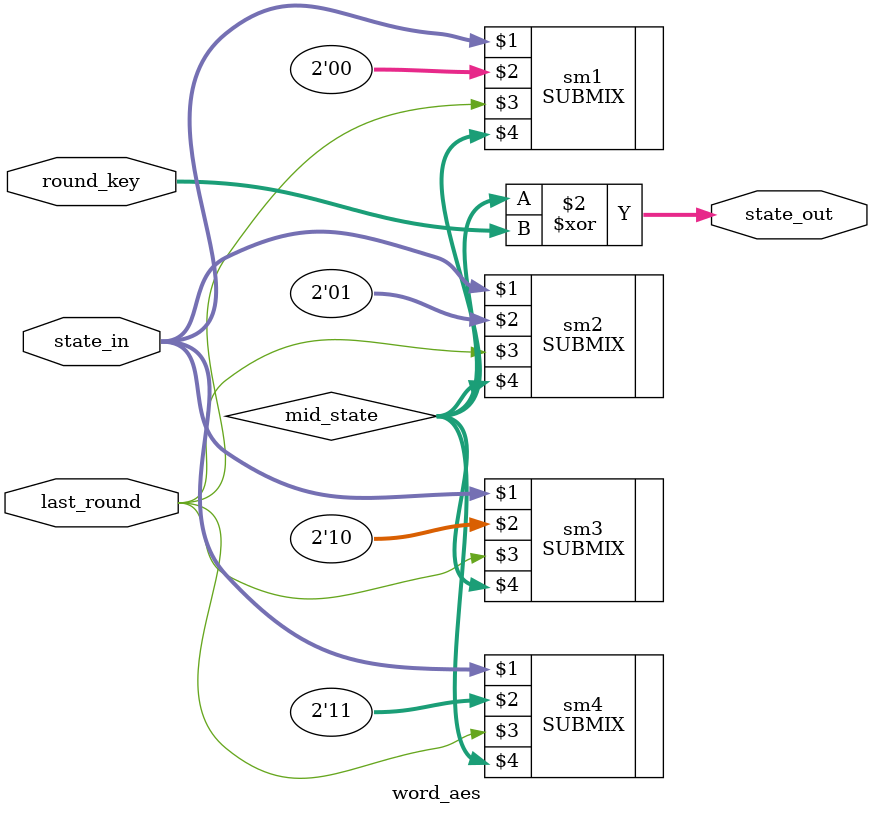
<source format=v>
`timescale 1ns / 1ps
`include "SUBMIX.v"

module word_aes(
    input [31:0] state_in,
    input [31:0] round_key,
	 input last_round,
    output reg [31:0] state_out
    );
	 
	 wire [31:0] mid_state;

	SUBMIX sm1(state_in, 2'b00, last_round, mid_state);
	SUBMIX sm2(state_in, 2'b01, last_round, mid_state);
	SUBMIX sm3(state_in, 2'b10, last_round, mid_state);
	SUBMIX sm4(state_in, 2'b11, last_round, mid_state);
	
	always@(*)
    begin
        state_out = mid_state ^ round_key; 
    end
	
	

endmodule

</source>
